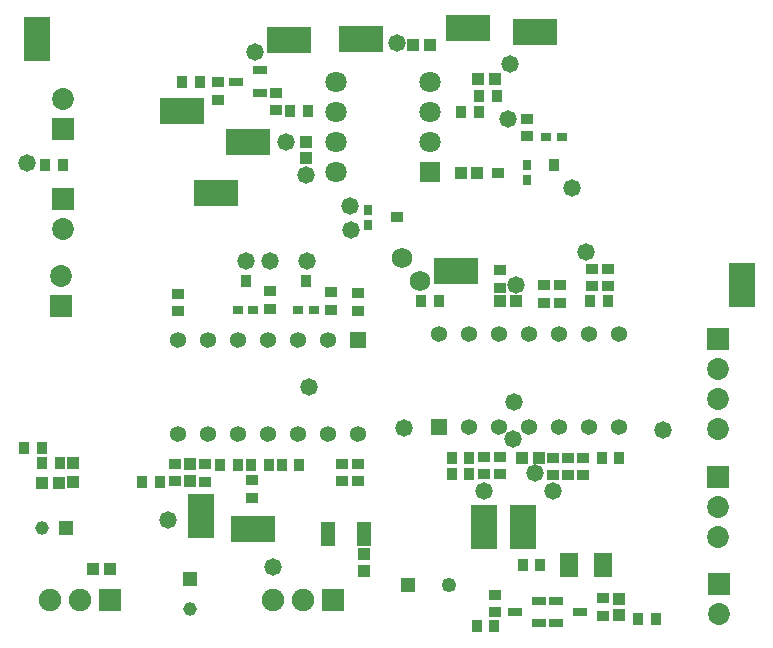
<source format=gts>
G04*
G04 #@! TF.GenerationSoftware,Altium Limited,Altium Designer,19.1.9 (167)*
G04*
G04 Layer_Color=8388736*
%FSLAX43Y43*%
%MOMM*%
G71*
G01*
G75*
%ADD17R,1.103X0.903*%
%ADD18R,2.203X3.703*%
%ADD19R,1.103X1.003*%
%ADD20R,0.803X0.903*%
%ADD21R,0.903X1.103*%
%ADD22R,0.903X0.803*%
%ADD23R,3.703X2.203*%
%ADD24R,1.003X1.103*%
%ADD25R,1.003X1.003*%
%ADD26R,1.203X2.003*%
%ADD27R,1.503X2.003*%
%ADD28R,1.203X0.803*%
%ADD29R,1.803X1.803*%
%ADD30C,1.803*%
%ADD31C,1.727*%
%ADD32R,1.362X1.362*%
%ADD33C,1.362*%
%ADD34R,1.150X1.150*%
%ADD35C,1.150*%
%ADD36R,1.903X1.903*%
%ADD37C,1.903*%
%ADD38R,1.150X1.150*%
%ADD39R,1.250X1.250*%
%ADD40C,1.250*%
%ADD41C,1.854*%
%ADD42R,1.854X1.854*%
%ADD43C,1.473*%
D17*
X20300Y13450D02*
D03*
Y11950D02*
D03*
X32600Y35700D02*
D03*
X41200Y39500D02*
D03*
X28000Y13350D02*
D03*
Y14850D02*
D03*
X16400Y14800D02*
D03*
Y13300D02*
D03*
X13800Y13350D02*
D03*
Y14850D02*
D03*
X22400Y46250D02*
D03*
Y44750D02*
D03*
X43600Y42550D02*
D03*
Y44050D02*
D03*
X29300Y14850D02*
D03*
Y13350D02*
D03*
X21900Y27950D02*
D03*
Y29450D02*
D03*
X47100Y15350D02*
D03*
Y13850D02*
D03*
X48400Y13850D02*
D03*
Y15350D02*
D03*
X49100Y29850D02*
D03*
Y31350D02*
D03*
X50500Y31350D02*
D03*
Y29850D02*
D03*
X46400Y28450D02*
D03*
Y29950D02*
D03*
X45100Y28450D02*
D03*
Y29950D02*
D03*
X45800Y15350D02*
D03*
Y13850D02*
D03*
X40000Y15450D02*
D03*
Y13950D02*
D03*
X41300Y15450D02*
D03*
Y13950D02*
D03*
X41300Y31250D02*
D03*
Y29750D02*
D03*
X50100Y3450D02*
D03*
Y1950D02*
D03*
X40900Y2250D02*
D03*
Y3750D02*
D03*
X29300Y27800D02*
D03*
Y29300D02*
D03*
X27000Y29350D02*
D03*
Y27850D02*
D03*
X14100Y27750D02*
D03*
Y29250D02*
D03*
X17500Y47150D02*
D03*
Y45650D02*
D03*
D18*
X61800Y30000D02*
D03*
X43300Y9500D02*
D03*
X40000D02*
D03*
X16000Y10400D02*
D03*
X2100Y50800D02*
D03*
D19*
X24900Y42100D02*
D03*
Y40700D02*
D03*
X15100Y13400D02*
D03*
Y14800D02*
D03*
X29800Y7200D02*
D03*
Y5800D02*
D03*
X51400Y2000D02*
D03*
Y3400D02*
D03*
D20*
X30200Y35050D02*
D03*
Y36350D02*
D03*
X43600Y40150D02*
D03*
Y38850D02*
D03*
D21*
X45900Y40100D02*
D03*
X38050Y44600D02*
D03*
X39550D02*
D03*
X39550Y46000D02*
D03*
X41050D02*
D03*
X38750Y15300D02*
D03*
X37250D02*
D03*
X22850Y14700D02*
D03*
X24350D02*
D03*
X21750Y14700D02*
D03*
X20250D02*
D03*
X12550Y13300D02*
D03*
X11050D02*
D03*
X23550Y44700D02*
D03*
X25050D02*
D03*
X19800Y30300D02*
D03*
X2850Y40100D02*
D03*
X4350D02*
D03*
X24900Y30300D02*
D03*
X49950Y15300D02*
D03*
X51450D02*
D03*
X50450Y28600D02*
D03*
X48950D02*
D03*
X37250Y14000D02*
D03*
X38750D02*
D03*
X34650Y28600D02*
D03*
X36150D02*
D03*
X19150Y14700D02*
D03*
X17650D02*
D03*
X4050Y14900D02*
D03*
X2550D02*
D03*
X40850Y1100D02*
D03*
X39350D02*
D03*
X43250Y6300D02*
D03*
X44750D02*
D03*
X53050Y1700D02*
D03*
X54550D02*
D03*
X2550Y16200D02*
D03*
X1050D02*
D03*
X15950Y47200D02*
D03*
X14450D02*
D03*
D22*
X45250Y42500D02*
D03*
X46550D02*
D03*
X20450Y27900D02*
D03*
X19150D02*
D03*
X25550D02*
D03*
X24250D02*
D03*
D23*
X20400Y9300D02*
D03*
X17300Y37800D02*
D03*
X20000Y42100D02*
D03*
X29600Y50800D02*
D03*
X23500Y50700D02*
D03*
X44300Y51400D02*
D03*
X14450Y44725D02*
D03*
X38600Y51700D02*
D03*
X37600Y31200D02*
D03*
D24*
X40900Y47400D02*
D03*
X39500D02*
D03*
X35400Y50300D02*
D03*
X34000D02*
D03*
X38000Y39500D02*
D03*
X39400D02*
D03*
X43200Y15300D02*
D03*
X44600D02*
D03*
X42700Y28600D02*
D03*
X41300D02*
D03*
X2600Y13200D02*
D03*
X4000D02*
D03*
X8300Y5900D02*
D03*
X6900D02*
D03*
D25*
X5200Y13300D02*
D03*
Y14900D02*
D03*
D26*
X26800Y8900D02*
D03*
X29800D02*
D03*
D27*
X50100Y6300D02*
D03*
X47200D02*
D03*
D28*
X48100Y2300D02*
D03*
X46100Y3250D02*
D03*
Y1350D02*
D03*
X42600Y2300D02*
D03*
X44600Y1350D02*
D03*
Y3250D02*
D03*
X21000Y46250D02*
D03*
Y48150D02*
D03*
X19000Y47200D02*
D03*
D29*
X35400Y39560D02*
D03*
D30*
Y42100D02*
D03*
Y44640D02*
D03*
Y47180D02*
D03*
X27460D02*
D03*
Y44640D02*
D03*
Y42100D02*
D03*
Y39560D02*
D03*
D31*
X34600Y30300D02*
D03*
X33000Y32300D02*
D03*
D32*
X36180Y17931D02*
D03*
X29340Y25338D02*
D03*
D33*
X38720Y17931D02*
D03*
X41260D02*
D03*
X43800D02*
D03*
X46340D02*
D03*
X48880D02*
D03*
X51420D02*
D03*
Y25869D02*
D03*
X48880D02*
D03*
X46340D02*
D03*
X43800D02*
D03*
X41260D02*
D03*
X38720D02*
D03*
X36180D02*
D03*
X29340Y17400D02*
D03*
X26800D02*
D03*
X24260D02*
D03*
X21720D02*
D03*
X19180D02*
D03*
X16640D02*
D03*
X14100D02*
D03*
Y25338D02*
D03*
X16640D02*
D03*
X19180D02*
D03*
X21720D02*
D03*
X24260D02*
D03*
X26800D02*
D03*
D34*
X4600Y9400D02*
D03*
D35*
X2600D02*
D03*
X15100Y2550D02*
D03*
D36*
X27200Y3300D02*
D03*
X8340D02*
D03*
D37*
X24660D02*
D03*
X22120D02*
D03*
X5800D02*
D03*
X3260D02*
D03*
D38*
X15100Y5050D02*
D03*
D39*
X33550Y4600D02*
D03*
D40*
X37050D02*
D03*
D41*
X4300Y45740D02*
D03*
Y34700D02*
D03*
X4200Y30740D02*
D03*
X59800Y8660D02*
D03*
Y11200D02*
D03*
Y22880D02*
D03*
Y20340D02*
D03*
Y17800D02*
D03*
X59900Y2100D02*
D03*
D42*
X4300Y43200D02*
D03*
Y37240D02*
D03*
X4200Y28200D02*
D03*
X59800Y13740D02*
D03*
Y25420D02*
D03*
X59900Y4640D02*
D03*
D43*
X47400Y38200D02*
D03*
X25200Y21300D02*
D03*
X28600Y36700D02*
D03*
X42200Y48700D02*
D03*
X48600Y32800D02*
D03*
X13200Y10100D02*
D03*
X25000Y32000D02*
D03*
X32600Y50500D02*
D03*
X1300Y40300D02*
D03*
X20600Y49700D02*
D03*
X28700Y34600D02*
D03*
X24900Y39300D02*
D03*
X23200Y42100D02*
D03*
X22100Y6100D02*
D03*
X21900Y32000D02*
D03*
X42000Y44000D02*
D03*
X33200Y17900D02*
D03*
X42700Y30000D02*
D03*
X19800Y32000D02*
D03*
X44300Y14100D02*
D03*
X45800Y12500D02*
D03*
X40000D02*
D03*
X55100Y17700D02*
D03*
X42400Y16900D02*
D03*
X42500Y20100D02*
D03*
M02*

</source>
